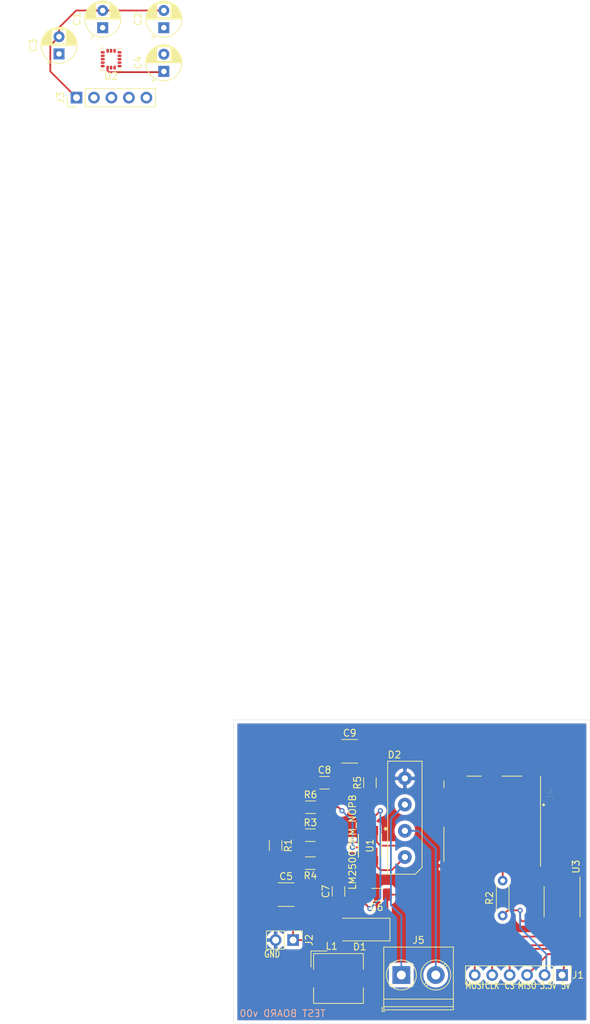
<source format=kicad_pcb>
(kicad_pcb (version 20171130) (host pcbnew "(5.1.8)-1")
  (layers (0 F.Cu signal) (31 B.Cu signal hide) (34 B.Paste user) (35 F.Paste user) (36 B.SilkS user) (37 F.SilkS user) (38 B.Mask user) (39 F.Mask user) (44 Edge.Cuts user))
  (net 0 "")
  (net 1 "Net-(J1-Pad3)")
  (net 2 "Net-(J1-Pad5)")
  (net 3 GND)
  (net 4 +5V)
  (net 5 "Net-(J4-Pad1)")
  (net 6 /2)
  (net 7 "Net-(J4-Pad3)")
  (net 8 "Net-(J4-Pad4)")
  (net 9 "Net-(J4-Pad5)")
  (net 10 "Net-(J4-Pad7)")
  (net 11 "Net-(J4-Pad10)")
  (net 12 /3.3V)
  (net 13 /D21)
  (net 14 /D20)
  (net 15 /D23)
  (net 16 "Net-(U2-Pad7)")
  (net 17 "Net-(C4-Pad1)")
  (net 18 "Net-(U3-Pad6)")
  (net 19 "Net-(U3-Pad9)")
  (net 20 /5v)
  (net 21 "Net-(J1-Pad4)")
  (net 22 "Net-(J1-Pad6)")
  (net 23 "Net-(C5-Pad1)")
  (net 24 /BST)
  (net 25 "Net-(C6-Pad1)")
  (net 26 "Net-(C7-Pad2)")
  (net 27 "Net-(C8-Pad1)")
  (net 28 "Net-(D2-Pad2)")
  (net 29 "Net-(D2-Pad3)")
  (net 30 "Net-(J2-Pad1)")
  (net 31 /FB)
  (net 32 "Net-(R5-Pad1)")
  (net 33 /RON)
  (module MOLEX_503398-1892 (layer F.Cu) (at 81.28 135.128 270)
    (fp_text reference J4 (at -3.907665 -8.415745 90) (layer F.SilkS) (effects (font (size 1.000685 1.000685) (thickness 0.015))))
    (fp_text value 503398-1892)
    (pad 1 smd rect (at -2.38 -5.625 270) (size 0.7 1.1) (layers F.Cu F.Paste F.Mask) (net 5 "Net-(J4-Pad1)"))
    (pad 2 smd rect (at -1.28 -5.625 270) (size 0.7 1.1) (layers F.Cu F.Paste F.Mask) (net 6 /2))
    (pad 3 smd rect (at -0.18 -5.625 270) (size 0.7 1.1) (layers F.Cu F.Paste F.Mask) (net 7 "Net-(J4-Pad3)"))
    (pad 4 smd rect (at 0.92 -5.625 270) (size 0.7 1.1) (layers F.Cu F.Paste F.Mask) (net 8 "Net-(J4-Pad4)"))
    (pad 5 smd rect (at 2.02 -5.625 270) (size 0.7 1.1) (layers F.Cu F.Paste F.Mask) (net 9 "Net-(J4-Pad5)"))
    (pad 6 smd rect (at 3.12 -5.625 270) (size 0.7 1.1) (layers F.Cu F.Paste F.Mask) (net 3 GND))
    (pad 7 smd rect (at 4.22 -5.625 270) (size 0.7 1.1) (layers F.Cu F.Paste F.Mask) (net 10 "Net-(J4-Pad7)"))
    (pad 8 smd rect (at 5.32 -5.625 270) (size 0.7 1.1) (layers F.Cu F.Paste F.Mask) (net 3 GND))
    (pad P1 smd rect (at -6.26 -5.61 270) (size 1.14 1.83) (layers F.Cu F.Paste F.Mask) (net 3 GND))
    (pad P2 smd rect (at 6.4 -5.125 270) (size 0.86 2.8) (layers F.Cu F.Paste F.Mask) (net 3 GND))
    (pad P3 smd rect (at -6.48 5.64 270) (size 0.7 3.33) (layers F.Cu F.Paste F.Mask) (net 3 GND))
    (pad P4 smd rect (at 6.48 5.64 270) (size 0.7 3.33) (layers F.Cu F.Paste F.Mask) (net 3 GND))
    (pad 9 smd rect (at -4.17 6.84 270) (size 0.9 0.93) (layers F.Cu F.Paste F.Mask) (net 3 GND))
    (pad 10 smd rect (at 0.095 6.915 270) (size 1.05 0.78) (layers F.Cu F.Paste F.Mask) (net 11 "Net-(J4-Pad10)"))
  )
  (module Resistor_THT:R_Axial_DIN0204_L3.6mm_D1.6mm_P5.08mm_Horizontal (layer F.Cu) (at 82.804 148.844 90)
    (fp_text reference R2 (at 2.54 -1.92 90) (layer F.SilkS))
    (fp_text value 100k)
    (pad 1 thru_hole circle (at 0 0 90) (size 1.4 1.4) (drill 0.7) (layers *.Cu *.Mask) (net 12 /3.3V))
    (pad 2 thru_hole oval (at 5.08 0 90) (size 1.4 1.4) (drill 0.7) (layers *.Cu *.Mask) (net 8 "Net-(J4-Pad4)"))
  )
  (module Package_LGA:LGA-16_3x3mm_P0.5mm_LayoutBorder3x5y (layer F.Cu) (at 25.863 24.392 180)
    (fp_text reference U2 (at 0 -2.45) (layer F.SilkS))
    (fp_text value ICM-20602)
    (pad 1 smd roundrect (at -1.225 -1 180) (size 0.55 0.35) (layers F.Cu F.Paste F.Mask) (net 4 +5V))
    (pad 2 smd roundrect (at -1.225 -0.5 180) (size 0.55 0.35) (layers F.Cu F.Paste F.Mask) (net 13 /D21))
    (pad 3 smd roundrect (at -1.225 0 180) (size 0.55 0.35) (layers F.Cu F.Paste F.Mask) (net 14 /D20))
    (pad 4 smd roundrect (at -1.225 0.5 180) (size 0.55 0.35) (layers F.Cu F.Paste F.Mask) (net 3 GND))
    (pad 5 smd roundrect (at -1.225 1 180) (size 0.55 0.35) (layers F.Cu F.Paste F.Mask) (net 4 +5V))
    (pad 6 smd roundrect (at -0.5 1.225 180) (size 0.35 0.55) (layers F.Cu F.Paste F.Mask) (net 15 /D23))
    (pad 7 smd roundrect (at 0 1.225 180) (size 0.35 0.55) (layers F.Cu F.Paste F.Mask) (net 16 "Net-(U2-Pad7)"))
    (pad 8 smd roundrect (at 0.5 1.225 180) (size 0.35 0.55) (layers F.Cu F.Paste F.Mask) (net 3 GND))
    (pad 9 smd roundrect (at 1.225 1 180) (size 0.55 0.35) (layers F.Cu F.Paste F.Mask) (net 3 GND))
    (pad 10 smd roundrect (at 1.225 0.5 180) (size 0.55 0.35) (layers F.Cu F.Paste F.Mask) (net 3 GND))
    (pad 11 smd roundrect (at 1.225 0 180) (size 0.55 0.35) (layers F.Cu F.Paste F.Mask) (net 3 GND))
    (pad 12 smd roundrect (at 1.225 -0.5 180) (size 0.55 0.35) (layers F.Cu F.Paste F.Mask) (net 3 GND))
    (pad 13 smd roundrect (at 1.225 -1 180) (size 0.55 0.35) (layers F.Cu F.Paste F.Mask) (net 3 GND))
    (pad 14 smd roundrect (at 0.5 -1.225 180) (size 0.35 0.55) (layers F.Cu F.Paste F.Mask) (net 17 "Net-(C4-Pad1)"))
    (pad 15 smd roundrect (at 0 -1.225 180) (size 0.35 0.55) (layers F.Cu F.Paste F.Mask) (net 3 GND))
    (pad 16 smd roundrect (at -0.5 -1.225 180) (size 0.35 0.55) (layers F.Cu F.Paste F.Mask) (net 4 +5V))
  )
  (module Package_SO:TSSOP-14_4.4x5mm_P0.65mm (layer F.Cu) (at 91.44 146.812 270)
    (fp_text reference U3 (at -5.08 -2.032 90) (layer F.SilkS))
    (fp_text value TXB0104PW)
    (pad 1 smd roundrect (at -2.8625 -1.95 270) (size 1.475 0.4) (layers F.Cu F.Paste F.Mask) (net 12 /3.3V))
    (pad 2 smd roundrect (at -2.8625 -1.3 270) (size 1.475 0.4) (layers F.Cu F.Paste F.Mask) (net 6 /2))
    (pad 3 smd roundrect (at -2.8625 -0.65 270) (size 1.475 0.4) (layers F.Cu F.Paste F.Mask) (net 7 "Net-(J4-Pad3)"))
    (pad 4 smd roundrect (at -2.8625 0 270) (size 1.475 0.4) (layers F.Cu F.Paste F.Mask) (net 9 "Net-(J4-Pad5)"))
    (pad 5 smd roundrect (at -2.8625 0.65 270) (size 1.475 0.4) (layers F.Cu F.Paste F.Mask) (net 10 "Net-(J4-Pad7)"))
    (pad 6 smd roundrect (at -2.8625 1.3 270) (size 1.475 0.4) (layers F.Cu F.Paste F.Mask) (net 18 "Net-(U3-Pad6)"))
    (pad 7 smd roundrect (at -2.8625 1.95 270) (size 1.475 0.4) (layers F.Cu F.Paste F.Mask) (net 3 GND))
    (pad 8 smd roundrect (at 2.8625 1.95 270) (size 1.475 0.4) (layers F.Cu F.Paste F.Mask) (net 12 /3.3V))
    (pad 9 smd roundrect (at 2.8625 1.3 270) (size 1.475 0.4) (layers F.Cu F.Paste F.Mask) (net 19 "Net-(U3-Pad9)"))
    (pad 10 smd roundrect (at 2.8625 0.65 270) (size 1.475 0.4) (layers F.Cu F.Paste F.Mask) (net 22 "Net-(J1-Pad6)"))
    (pad 11 smd roundrect (at 2.8625 0 270) (size 1.475 0.4) (layers F.Cu F.Paste F.Mask) (net 2 "Net-(J1-Pad5)"))
    (pad 12 smd roundrect (at 2.8625 -0.65 270) (size 1.475 0.4) (layers F.Cu F.Paste F.Mask) (net 21 "Net-(J1-Pad4)"))
    (pad 13 smd roundrect (at 2.8625 -1.3 270) (size 1.475 0.4) (layers F.Cu F.Paste F.Mask) (net 1 "Net-(J1-Pad3)"))
    (pad 14 smd roundrect (at 2.8625 -1.95 270) (size 1.475 0.4) (layers F.Cu F.Paste F.Mask) (net 20 /5v))
  )
  (module Capacitor_THT:CP_Radial_D5.0mm_P2.50mm (layer F.Cu) (at 24.638 19.812 90)
    (fp_text reference C1 (at 1.25 -3.75 90) (layer F.SilkS))
    (fp_text value 0.1uF)
    (pad 2 thru_hole circle (at 2.5 0 90) (size 1.6 1.6) (drill 0.8) (layers *.Cu *.Mask) (net 4 +5V))
    (pad 1 thru_hole rect (at 0 0 90) (size 1.6 1.6) (drill 0.8) (layers *.Cu *.Mask) (net 3 GND))
  )
  (module Capacitor_THT:CP_Radial_D5.0mm_P2.50mm (layer F.Cu) (at 33.528 19.812 90)
    (fp_text reference C2 (at 1.25 -3.75 90) (layer F.SilkS))
    (fp_text value 2.2uF)
    (pad 1 thru_hole rect (at 0 0 90) (size 1.6 1.6) (drill 0.8) (layers *.Cu *.Mask) (net 3 GND))
    (pad 2 thru_hole circle (at 2.5 0 90) (size 1.6 1.6) (drill 0.8) (layers *.Cu *.Mask) (net 4 +5V))
  )
  (module Capacitor_THT:CP_Radial_D5.0mm_P2.50mm (layer F.Cu) (at 18.288 23.622 90)
    (fp_text reference C3 (at 1.25 -3.75 90) (layer F.SilkS))
    (fp_text value 10nF)
    (pad 1 thru_hole rect (at 0 0 90) (size 1.6 1.6) (drill 0.8) (layers *.Cu *.Mask) (net 3 GND))
    (pad 2 thru_hole circle (at 2.5 0 90) (size 1.6 1.6) (drill 0.8) (layers *.Cu *.Mask) (net 4 +5V))
  )
  (module Capacitor_THT:CP_Radial_D5.0mm_P2.50mm (layer F.Cu) (at 33.528 26.162 90)
    (fp_text reference C4 (at 1.25 -3.75 90) (layer F.SilkS))
    (fp_text value 0.1uF)
    (pad 2 thru_hole circle (at 2.5 0 90) (size 1.6 1.6) (drill 0.8) (layers *.Cu *.Mask) (net 3 GND))
    (pad 1 thru_hole rect (at 0 0 90) (size 1.6 1.6) (drill 0.8) (layers *.Cu *.Mask) (net 17 "Net-(C4-Pad1)"))
  )
  (module Connector_PinHeader_2.54mm:PinHeader_1x05_P2.54mm_Vertical (layer F.Cu) (at 20.828 29.972 90)
    (fp_text reference J3 (at 0 -2.33 90) (layer F.SilkS))
    (fp_text value Conn_01x05_Female)
    (pad 1 thru_hole rect (at 0 0 90) (size 1.7 1.7) (drill 1) (layers *.Cu *.Mask) (net 4 +5V))
    (pad 2 thru_hole oval (at 0 2.54 90) (size 1.7 1.7) (drill 1) (layers *.Cu *.Mask) (net 15 /D23))
    (pad 3 thru_hole oval (at 0 5.08 90) (size 1.7 1.7) (drill 1) (layers *.Cu *.Mask) (net 13 /D21))
    (pad 4 thru_hole oval (at 0 7.62 90) (size 1.7 1.7) (drill 1) (layers *.Cu *.Mask) (net 14 /D20))
    (pad 5 thru_hole oval (at 0 10.16 90) (size 1.7 1.7) (drill 1) (layers *.Cu *.Mask) (net 3 GND))
  )
  (module Capacitor_SMD:C_1812_4532Metric_Pad1.57x3.40mm_HandSolder (layer F.Cu) (at 51.308 145.796)
    (fp_text reference C5 (at 0 -2.65) (layer F.SilkS))
    (fp_text value 15uF)
    (pad 1 smd roundrect (at -2.1375 0) (size 1.575 3.4) (layers F.Cu F.Paste F.Mask) (roundrect_rratio 0.15873) (net 23 "Net-(C5-Pad1)"))
    (pad 2 smd roundrect (at 2.1375 0) (size 1.575 3.4) (layers F.Cu F.Paste F.Mask) (roundrect_rratio 0.15873) (net 3 GND))
  )
  (module Capacitor_SMD:C_1206_3216Metric_Pad1.33x1.80mm_HandSolder (layer F.Cu) (at 64.4775 145.796 180)
    (fp_text reference C6 (at 0 -1.85) (layer F.SilkS))
    (fp_text value 0.01uF)
    (pad 2 smd roundrect (at 1.5625 0 180) (size 1.325 1.8) (layers F.Cu F.Paste F.Mask) (roundrect_rratio 0.188679) (net 24 /BST))
    (pad 1 smd roundrect (at -1.5625 0 180) (size 1.325 1.8) (layers F.Cu F.Paste F.Mask) (roundrect_rratio 0.188679) (net 25 "Net-(C6-Pad1)"))
  )
  (module Capacitor_SMD:C_1206_3216Metric_Pad1.33x1.80mm_HandSolder (layer F.Cu) (at 58.928 145.3265 90)
    (fp_text reference C7 (at 0 -1.85 90) (layer F.SilkS))
    (fp_text value 0.1uF)
    (pad 1 smd roundrect (at -1.5625 0 90) (size 1.325 1.8) (layers F.Cu F.Paste F.Mask) (roundrect_rratio 0.188679) (net 3 GND))
    (pad 2 smd roundrect (at 1.5625 0 90) (size 1.325 1.8) (layers F.Cu F.Paste F.Mask) (roundrect_rratio 0.188679) (net 26 "Net-(C7-Pad2)"))
  )
  (module Capacitor_SMD:C_1206_3216Metric_Pad1.33x1.80mm_HandSolder (layer F.Cu) (at 56.896 129.54)
    (fp_text reference C8 (at 0 -1.85) (layer F.SilkS))
    (fp_text value 0.1uF)
    (pad 1 smd roundrect (at -1.5625 0) (size 1.325 1.8) (layers F.Cu F.Paste F.Mask) (roundrect_rratio 0.188679) (net 27 "Net-(C8-Pad1)"))
    (pad 2 smd roundrect (at 1.5625 0) (size 1.325 1.8) (layers F.Cu F.Paste F.Mask) (roundrect_rratio 0.188679) (net 3 GND))
  )
  (module Capacitor_SMD:C_1812_4532Metric_Pad1.57x3.40mm_HandSolder (layer F.Cu) (at 60.5575 124.968)
    (fp_text reference C9 (at 0 -2.65) (layer F.SilkS))
    (fp_text value 1uF)
    (pad 2 smd roundrect (at 2.1375 0) (size 1.575 3.4) (layers F.Cu F.Paste F.Mask) (roundrect_rratio 0.15873) (net 3 GND))
    (pad 1 smd roundrect (at -2.1375 0) (size 1.575 3.4) (layers F.Cu F.Paste F.Mask) (roundrect_rratio 0.15873) (net 27 "Net-(C8-Pad1)"))
  )
  (module Diode_SMD:D_SMA_Handsoldering (layer F.Cu) (at 62.016 150.876 180)
    (fp_text reference D1 (at 0 -2.5) (layer F.SilkS))
    (fp_text value D)
    (pad 1 smd rect (at -2.5 0 180) (size 3.5 1.8) (layers F.Cu F.Paste F.Mask) (net 25 "Net-(C6-Pad1)"))
    (pad 2 smd rect (at 2.5 0 180) (size 3.5 1.8) (layers F.Cu F.Paste F.Mask) (net 3 GND))
  )
  (module TTS_UART:KBP306GTB (layer F.Cu) (at 68.58 134.62 90)
    (fp_text reference D2 (at 9.144 -1.524 180) (layer F.SilkS))
    (fp_text value D_Bridge_+AA-)
    (pad 1 thru_hole oval (at -5.715 0 90) (size 2 2) (drill 0.9) (layers *.Cu *.Mask) (net 27 "Net-(C8-Pad1)"))
    (pad 2 thru_hole oval (at -1.905 0 90) (size 2 2) (drill 0.9) (layers *.Cu *.Mask) (net 28 "Net-(D2-Pad2)"))
    (pad 3 thru_hole oval (at 1.905 0 90) (size 2 2) (drill 0.9) (layers *.Cu *.Mask) (net 29 "Net-(D2-Pad3)"))
    (pad 4 thru_hole oval (at 5.715 0 90) (size 2 2) (drill 0.9) (layers *.Cu *.Mask) (net 3 GND))
  )
  (module Connector_PinHeader_2.54mm:PinHeader_1x06_P2.54mm_Vertical (layer F.Cu) (at 91.44 157.48 270)
    (fp_text reference J1 (at 0 -2.33 180) (layer F.SilkS))
    (fp_text value Conn_01x06_Female)
    (pad 1 thru_hole rect (at 0 0 270) (size 1.7 1.7) (drill 1) (layers *.Cu *.Mask) (net 20 /5v))
    (pad 2 thru_hole oval (at 0 2.54 270) (size 1.7 1.7) (drill 1) (layers *.Cu *.Mask) (net 12 /3.3V))
    (pad 3 thru_hole oval (at 0 5.08 270) (size 1.7 1.7) (drill 1) (layers *.Cu *.Mask) (net 1 "Net-(J1-Pad3)"))
    (pad 4 thru_hole oval (at 0 7.62 270) (size 1.7 1.7) (drill 1) (layers *.Cu *.Mask) (net 21 "Net-(J1-Pad4)"))
    (pad 5 thru_hole oval (at 0 10.16 270) (size 1.7 1.7) (drill 1) (layers *.Cu *.Mask) (net 2 "Net-(J1-Pad5)"))
    (pad 6 thru_hole oval (at 0 12.7 270) (size 1.7 1.7) (drill 1) (layers *.Cu *.Mask) (net 22 "Net-(J1-Pad6)"))
  )
  (module Connector_PinHeader_2.54mm:PinHeader_1x02_P2.54mm_Vertical (layer F.Cu) (at 52.324 152.4 270)
    (fp_text reference J2 (at 0 -2.33 90) (layer F.SilkS))
    (fp_text value Conn_01x02_Female)
    (pad 1 thru_hole rect (at 0 0 270) (size 1.7 1.7) (drill 1) (layers *.Cu *.Mask) (net 30 "Net-(J2-Pad1)"))
    (pad 2 thru_hole oval (at 0 2.54 270) (size 1.7 1.7) (drill 1) (layers *.Cu *.Mask) (net 3 GND))
  )
  (module TerminalBlock_Phoenix:TerminalBlock_Phoenix_PT-1,5-2-5.0-H_1x02_P5.00mm_Horizontal (layer F.Cu) (at 68.072 157.48)
    (fp_text reference J5 (at 2.5 -5.06) (layer F.SilkS))
    (fp_text value Screw_Terminal_01x02)
    (pad 1 thru_hole rect (at 0 0) (size 2.6 2.6) (drill 1.3) (layers *.Cu *.Mask) (net 29 "Net-(D2-Pad3)"))
    (pad 2 thru_hole circle (at 5 0) (size 2.6 2.6) (drill 1.3) (layers *.Cu *.Mask) (net 28 "Net-(D2-Pad2)"))
  )
  (module Inductor_SMD:L_TDK_SLF7045 (layer F.Cu) (at 58.928 157.988)
    (fp_text reference L1 (at -1 -4.7) (layer F.SilkS))
    (fp_text value 100uH)
    (fp_text user "" (at -49 0.05) (layer F.SilkS) (effects (font (size 3 3))))
    (pad 1 smd roundrect (at -3.15 0) (size 1.5 2.2) (layers F.Cu F.Paste F.Mask) (net 30 "Net-(J2-Pad1)"))
    (pad 2 smd roundrect (at 3.15 0) (size 1.5 2.2) (layers F.Cu F.Paste F.Mask) (net 25 "Net-(C6-Pad1)"))
  )
  (module Resistor_SMD:R_1206_3216Metric_Pad1.30x1.75mm_HandSolder (layer F.Cu) (at 49.784 138.658 270)
    (fp_text reference R1 (at 0 -1.82 90) (layer F.SilkS))
    (fp_text value 1)
    (pad 2 smd roundrect (at 1.55 0 270) (size 1.3 1.75) (layers F.Cu F.Paste F.Mask) (roundrect_rratio 0.192308) (net 23 "Net-(C5-Pad1)"))
    (pad 1 smd roundrect (at -1.55 0 270) (size 1.3 1.75) (layers F.Cu F.Paste F.Mask) (roundrect_rratio 0.192308) (net 30 "Net-(J2-Pad1)"))
  )
  (module Resistor_SMD:R_1206_3216Metric_Pad1.30x1.75mm_HandSolder (layer F.Cu) (at 54.838 137.16)
    (fp_text reference R3 (at 0 -1.82) (layer F.SilkS))
    (fp_text value 3.01k)
    (pad 1 smd roundrect (at -1.55 0) (size 1.3 1.75) (layers F.Cu F.Paste F.Mask) (roundrect_rratio 0.192308) (net 30 "Net-(J2-Pad1)"))
    (pad 2 smd roundrect (at 1.55 0) (size 1.3 1.75) (layers F.Cu F.Paste F.Mask) (roundrect_rratio 0.192308) (net 31 /FB))
  )
  (module Resistor_SMD:R_1206_3216Metric_Pad1.30x1.75mm_HandSolder (layer F.Cu) (at 54.838 141.224 180)
    (fp_text reference R4 (at 0 -1.82) (layer F.SilkS))
    (fp_text value 1k)
    (pad 1 smd roundrect (at -1.55 0 180) (size 1.3 1.75) (layers F.Cu F.Paste F.Mask) (roundrect_rratio 0.192308) (net 31 /FB))
    (pad 2 smd roundrect (at 1.55 0 180) (size 1.3 1.75) (layers F.Cu F.Paste F.Mask) (roundrect_rratio 0.192308) (net 3 GND))
  )
  (module Resistor_SMD:R_1206_3216Metric_Pad1.30x1.75mm_HandSolder (layer F.Cu) (at 63.5 129.54 90)
    (fp_text reference R5 (at 0 -1.82 90) (layer F.SilkS))
    (fp_text value 100k)
    (pad 2 smd roundrect (at 1.55 0 90) (size 1.3 1.75) (layers F.Cu F.Paste F.Mask) (roundrect_rratio 0.192308) (net 3 GND))
    (pad 1 smd roundrect (at -1.55 0 90) (size 1.3 1.75) (layers F.Cu F.Paste F.Mask) (roundrect_rratio 0.192308) (net 32 "Net-(R5-Pad1)"))
  )
  (module Resistor_SMD:R_1206_3216Metric_Pad1.30x1.75mm_HandSolder (layer F.Cu) (at 54.864 133.096)
    (fp_text reference R6 (at 0 -1.82) (layer F.SilkS))
    (fp_text value 200k)
    (pad 1 smd roundrect (at -1.55 0) (size 1.3 1.75) (layers F.Cu F.Paste F.Mask) (roundrect_rratio 0.192308) (net 27 "Net-(C8-Pad1)"))
    (pad 2 smd roundrect (at 1.55 0) (size 1.3 1.75) (layers F.Cu F.Paste F.Mask) (roundrect_rratio 0.192308) (net 33 /RON))
  )
  (module LM25007MM:LM25007MM&slash_NOPB (layer F.Cu) (at 63.5 138.684 270)
    (fp_text reference U1 (at 0 0 90) (layer F.SilkS))
    (fp_text value LM25007MM_NOPB (at -0.508 2.54 90) (layer F.SilkS))
    (fp_text user * (at -2.4511 -2.6052 90) (layer F.SilkS))
    (fp_text user * (at -2.4511 -2.6052 90) (layer F.SilkS))
    (pad 1 smd rect (at -2.1971 -0.974999 270) (size 1.360399 0.4664) (layers F.Cu F.Paste F.Mask) (net 25 "Net-(C6-Pad1)"))
    (pad 2 smd rect (at -2.1971 -0.325001 270) (size 1.360399 0.4664) (layers F.Cu F.Paste F.Mask) (net 24 /BST))
    (pad 3 smd rect (at -2.1971 0.325001 270) (size 1.360399 0.4664) (layers F.Cu F.Paste F.Mask) (net 32 "Net-(R5-Pad1)"))
    (pad 4 smd rect (at -2.1971 0.974999 270) (size 1.360399 0.4664) (layers F.Cu F.Paste F.Mask) (net 3 GND))
    (pad 5 smd rect (at 2.1971 0.974999 270) (size 1.360399 0.4664) (layers F.Cu F.Paste F.Mask) (net 31 /FB))
    (pad 6 smd rect (at 2.1971 0.325001 270) (size 1.360399 0.4664) (layers F.Cu F.Paste F.Mask) (net 33 /RON))
    (pad 7 smd rect (at 2.1971 -0.325001 270) (size 1.360399 0.4664) (layers F.Cu F.Paste F.Mask) (net 26 "Net-(C7-Pad2)"))
    (pad 8 smd rect (at 2.1971 -0.974999 270) (size 1.360399 0.4664) (layers F.Cu F.Paste F.Mask) (net 27 "Net-(C8-Pad1)"))
  )
  (gr_text "TEST BOARD v00" (at 50.8 163.068) (layer B.SilkS) (effects (font (size 1 1)) (justify mirror)))
  (gr_text GND (at 49.276 154.432) (layer F.SilkS) (effects (font (size 1 0.75))))
  (gr_line (start 43.688 164.592) (end 95.504 164.592) (layer Edge.Cuts) (width 0.05))
  (gr_line (start 43.688 120.396) (end 43.688 164.592) (layer Edge.Cuts) (width 0.05))
  (gr_line (start 95.504 120.396) (end 43.688 120.396) (layer Edge.Cuts) (width 0.05))
  (gr_line (start 95.504 164.592) (end 95.504 120.396) (layer Edge.Cuts) (width 0.05))
  (gr_text 5v (at 91.948 159.004) (layer F.SilkS) (effects (font (size 1 0.75))))
  (gr_text CS (at 83.82 159.004) (layer F.SilkS) (effects (font (size 1 0.75))))
  (gr_text MOSI (at 78.74 159.004) (layer F.SilkS) (effects (font (size 1 0.75))))
  (gr_text CLK (at 81.28 159.004) (layer F.SilkS) (effects (font (size 1 0.75))))
  (gr_text 3.3v (at 89.408 159.004) (layer F.SilkS) (effects (font (size 1 0.75))))
  (gr_text MISO (at 86.36 159.004) (layer F.SilkS) (effects (font (size 1 0.75))))
  (segment (start 92.74 149.6745) (end 92.74 152.938) (width 0.254) (layer F.Cu) (net 1))
  (segment (start 92.74 152.938) (end 91.246 154.432) (width 0.254) (layer F.Cu) (net 1))
  (segment (start 89.408 154.432) (end 91.246 154.432) (width 0.254) (layer F.Cu) (net 1))
  (segment (start 86.36 157.48) (end 89.408 154.432) (width 0.254) (layer F.Cu) (net 1))
  (segment (start 81.28 153.924) (end 81.28 157.48) (width 0.254) (layer F.Cu) (net 2))
  (segment (start 82.042 153.162) (end 81.28 153.924) (width 0.254) (layer F.Cu) (net 2))
  (segment (start 89.916 153.162) (end 82.042 153.162) (width 0.254) (layer F.Cu) (net 2))
  (segment (start 91.44 151.638) (end 89.916 153.162) (width 0.254) (layer F.Cu) (net 2))
  (segment (start 91.44 149.6745) (end 91.44 151.638) (width 0.254) (layer F.Cu) (net 2))
  (segment (start 18.288 21.122) (end 18.288 19.812) (width 0.254) (layer F.Cu) (net 4))
  (segment (start 20.788 17.312) (end 24.638 17.312) (width 0.254) (layer F.Cu) (net 4))
  (segment (start 18.288 19.812) (end 20.788 17.312) (width 0.254) (layer F.Cu) (net 4))
  (segment (start 24.638 17.312) (end 33.528 17.312) (width 0.254) (layer F.Cu) (net 4))
  (segment (start 18.288 21.122) (end 17.018 22.392) (width 0.254) (layer F.Cu) (net 4))
  (segment (start 17.018 26.162) (end 20.828 29.972) (width 0.254) (layer F.Cu) (net 4))
  (segment (start 17.018 22.392) (end 17.018 26.162) (width 0.254) (layer F.Cu) (net 4))
  (segment (start 90.16 133.848) (end 92.74 136.428) (width 0.254) (layer F.Cu) (net 6))
  (segment (start 86.905 133.848) (end 90.16 133.848) (width 0.254) (layer F.Cu) (net 6))
  (segment (start 92.74 136.428) (end 92.74 143.9495) (width 0.254) (layer F.Cu) (net 6))
  (segment (start 86.905 134.948) (end 89.99 134.948) (width 0.254) (layer F.Cu) (net 7))
  (segment (start 89.99 134.948) (end 92.09 137.048) (width 0.254) (layer F.Cu) (net 7))
  (segment (start 92.09 137.048) (end 92.09 143.9495) (width 0.254) (layer F.Cu) (net 7))
  (segment (start 86.905 136.048) (end 86.101 136.048) (width 0.254) (layer F.Cu) (net 8))
  (segment (start 86.101 136.048) (end 82.804 139.345) (width 0.254) (layer F.Cu) (net 8))
  (segment (start 82.804 139.345) (end 82.804 143.764) (width 0.254) (layer F.Cu) (net 8))
  (segment (start 89.65 137.148) (end 86.905 137.148) (width 0.254) (layer F.Cu) (net 9))
  (segment (start 91.44 138.938) (end 89.65 137.148) (width 0.254) (layer F.Cu) (net 9))
  (segment (start 91.44 143.9495) (end 91.44 138.938) (width 0.254) (layer F.Cu) (net 9))
  (segment (start 89.31 139.348) (end 86.905 139.348) (width 0.254) (layer F.Cu) (net 10))
  (segment (start 90.79 140.828) (end 89.31 139.348) (width 0.254) (layer F.Cu) (net 10))
  (segment (start 90.79 143.9495) (end 90.79 140.828) (width 0.254) (layer F.Cu) (net 10))
  (via (at 85.344 148.082) (size 0.762) (drill 0.381) (layers F.Cu B.Cu) (net 12))
  (segment (start 89.154 154.432) (end 85.344 150.622) (width 0.254) (layer B.Cu) (net 12))
  (segment (start 89.154 156.972) (end 89.154 154.432) (width 0.254) (layer B.Cu) (net 12))
  (segment (start 93.39 143.9495) (end 93.39 144.717254) (width 0.254) (layer F.Cu) (net 12))
  (segment (start 85.344 150.622) (end 85.344 148.082) (width 0.254) (layer B.Cu) (net 12))
  (segment (start 83.566 148.082) (end 82.804 148.844) (width 0.254) (layer F.Cu) (net 12))
  (segment (start 85.344 148.082) (end 83.566 148.082) (width 0.254) (layer F.Cu) (net 12))
  (segment (start 85.344 148.082) (end 85.344 149.352) (width 0.254) (layer F.Cu) (net 12))
  (segment (start 85.6665 149.6745) (end 89.49 149.6745) (width 0.254) (layer F.Cu) (net 12))
  (segment (start 85.344 149.352) (end 85.6665 149.6745) (width 0.254) (layer F.Cu) (net 12))
  (segment (start 93.39 145.006746) (end 93.39 143.9495) (width 0.254) (layer F.Cu) (net 12))
  (segment (start 89.49 148.906746) (end 93.39 145.006746) (width 0.254) (layer F.Cu) (net 12))
  (segment (start 89.49 149.6745) (end 89.49 148.906746) (width 0.254) (layer F.Cu) (net 12))
  (segment (start 25.30699 25.998566) (end 25.30699 25.617) (width 0.254) (layer F.Cu) (net 17))
  (segment (start 25.581434 26.27301) (end 25.30699 25.998566) (width 0.254) (layer F.Cu) (net 17))
  (segment (start 33.41699 26.27301) (end 25.581434 26.27301) (width 0.254) (layer F.Cu) (net 17))
  (segment (start 33.528 26.162) (end 33.41699 26.27301) (width 0.254) (layer F.Cu) (net 17))
  (segment (start 93.39 153.006434) (end 91.694 154.702434) (width 0.254) (layer F.Cu) (net 20))
  (segment (start 93.39 149.6745) (end 93.39 153.006434) (width 0.254) (layer F.Cu) (net 20))
  (segment (start 91.694 157.226) (end 91.44 157.48) (width 0.254) (layer F.Cu) (net 20))
  (segment (start 91.694 154.702434) (end 91.694 157.226) (width 0.254) (layer F.Cu) (net 20))
  (segment (start 83.82 154.432) (end 83.82 157.48) (width 0.254) (layer F.Cu) (net 21))
  (segment (start 84.58199 153.67001) (end 83.82 154.432) (width 0.254) (layer F.Cu) (net 21))
  (segment (start 90.126424 153.67001) (end 84.58199 153.67001) (width 0.254) (layer F.Cu) (net 21))
  (segment (start 92.09 151.706434) (end 90.126424 153.67001) (width 0.254) (layer F.Cu) (net 21))
  (segment (start 92.09 149.6745) (end 92.09 151.706434) (width 0.254) (layer F.Cu) (net 21))
  (segment (start 78.74 153.924) (end 78.74 157.48) (width 0.254) (layer F.Cu) (net 22))
  (segment (start 80.772 151.892) (end 78.74 153.924) (width 0.254) (layer F.Cu) (net 22))
  (segment (start 90.424 151.892) (end 80.772 151.892) (width 0.254) (layer F.Cu) (net 22))
  (segment (start 90.72101 151.59499) (end 90.424 151.892) (width 0.254) (layer F.Cu) (net 22))
  (segment (start 90.72101 149.69999) (end 90.72101 151.59499) (width 0.254) (layer F.Cu) (net 22))
  (segment (start 90.7465 149.6745) (end 90.72101 149.69999) (width 0.254) (layer F.Cu) (net 22))
  (segment (start 90.79 149.6745) (end 90.7465 149.6745) (width 0.254) (layer F.Cu) (net 22))
  (segment (start 49.1705 145.796) (end 49.1705 143.3615) (width 0.254) (layer F.Cu) (net 23))
  (segment (start 49.784 142.748) (end 49.784 140.208) (width 0.254) (layer F.Cu) (net 23))
  (segment (start 49.1705 143.3615) (end 49.784 142.748) (width 0.254) (layer F.Cu) (net 23))
  (via (at 63.5 147.828) (size 0.762) (drill 0.381) (layers F.Cu B.Cu) (net 24))
  (segment (start 62.915 147.243) (end 63.5 147.828) (width 0.254) (layer F.Cu) (net 24))
  (segment (start 62.915 145.796) (end 62.915 147.243) (width 0.254) (layer F.Cu) (net 24))
  (segment (start 63.5 147.828) (end 64.516 146.812) (width 0.254) (layer B.Cu) (net 24))
  (via (at 65.024 133.604) (size 0.762) (drill 0.381) (layers F.Cu B.Cu) (net 24))
  (segment (start 65.024 146.304) (end 65.024 133.604) (width 0.254) (layer B.Cu) (net 24))
  (segment (start 64.516 146.812) (end 65.024 146.304) (width 0.254) (layer B.Cu) (net 24))
  (segment (start 63.825001 134.802999) (end 65.024 133.604) (width 0.254) (layer F.Cu) (net 24))
  (segment (start 63.825001 136.4869) (end 63.825001 134.802999) (width 0.254) (layer F.Cu) (net 24))
  (segment (start 66.04 149.352) (end 64.516 150.876) (width 0.254) (layer F.Cu) (net 25))
  (segment (start 66.04 145.796) (end 66.04 149.352) (width 0.254) (layer F.Cu) (net 25))
  (segment (start 64.516 150.876) (end 64.516 152.908) (width 0.254) (layer F.Cu) (net 25))
  (segment (start 62.078 155.346) (end 62.078 157.988) (width 0.254) (layer F.Cu) (net 25))
  (segment (start 64.516 152.908) (end 62.078 155.346) (width 0.254) (layer F.Cu) (net 25))
  (segment (start 64.474999 136.4869) (end 64.474999 138.134999) (width 0.254) (layer F.Cu) (net 25))
  (segment (start 64.474999 138.134999) (end 65.024 138.684) (width 0.254) (layer F.Cu) (net 25))
  (segment (start 65.024 138.684) (end 69.596 138.684) (width 0.254) (layer F.Cu) (net 25))
  (segment (start 69.596 138.684) (end 70.612 139.7) (width 0.254) (layer F.Cu) (net 25))
  (segment (start 70.612 139.7) (end 70.612 143.256) (width 0.254) (layer F.Cu) (net 25))
  (segment (start 68.072 145.796) (end 66.04 145.796) (width 0.254) (layer F.Cu) (net 25))
  (segment (start 70.612 143.256) (end 68.072 145.796) (width 0.254) (layer F.Cu) (net 25))
  (segment (start 63.825001 140.8811) (end 63.825001 142.422999) (width 0.254) (layer F.Cu) (net 26))
  (segment (start 62.484 143.764) (end 58.928 143.764) (width 0.254) (layer F.Cu) (net 26))
  (segment (start 63.825001 142.422999) (end 62.484 143.764) (width 0.254) (layer F.Cu) (net 26))
  (segment (start 64.474999 140.8811) (end 64.474999 141.690999) (width 0.254) (layer F.Cu) (net 27))
  (segment (start 64.474999 141.690999) (end 65.024 142.24) (width 0.254) (layer F.Cu) (net 27))
  (segment (start 66.675 142.24) (end 68.58 140.335) (width 0.254) (layer F.Cu) (net 27))
  (segment (start 65.024 142.24) (end 66.675 142.24) (width 0.254) (layer F.Cu) (net 27))
  (segment (start 54.496614 133.096) (end 53.314 133.096) (width 0.254) (layer F.Cu) (net 27))
  (segment (start 59.576614 138.176) (end 54.496614 133.096) (width 0.254) (layer F.Cu) (net 27))
  (segment (start 63.5 138.176) (end 59.576614 138.176) (width 0.254) (layer F.Cu) (net 27))
  (segment (start 64.474999 139.150999) (end 63.5 138.176) (width 0.254) (layer F.Cu) (net 27))
  (segment (start 64.474999 140.8811) (end 64.474999 139.150999) (width 0.254) (layer F.Cu) (net 27))
  (segment (start 53.314 133.096) (end 53.314 131.09) (width 0.254) (layer F.Cu) (net 27))
  (segment (start 58.42 124.968) (end 58.42 126.492) (width 0.254) (layer F.Cu) (net 27))
  (segment (start 58.42 126.492) (end 57.404 127.508) (width 0.254) (layer F.Cu) (net 27))
  (segment (start 57.404 127.508) (end 55.88 127.508) (width 0.254) (layer F.Cu) (net 27))
  (segment (start 55.3335 128.0545) (end 55.3335 129.54) (width 0.254) (layer F.Cu) (net 27))
  (segment (start 55.88 127.508) (end 55.3335 128.0545) (width 0.254) (layer F.Cu) (net 27))
  (segment (start 55.3335 129.54) (end 54.864 129.54) (width 0.254) (layer F.Cu) (net 27))
  (segment (start 54.864 129.54) (end 53.34 131.064) (width 0.254) (layer F.Cu) (net 27))
  (segment (start 68.58 136.525) (end 70.485 136.525) (width 0.254) (layer B.Cu) (net 28))
  (segment (start 73.072 139.112) (end 73.072 157.48) (width 0.254) (layer B.Cu) (net 28))
  (segment (start 70.485 136.525) (end 73.072 139.112) (width 0.254) (layer B.Cu) (net 28))
  (segment (start 68.58 132.715) (end 66.548 134.747) (width 0.254) (layer B.Cu) (net 29))
  (segment (start 66.548 134.747) (end 66.548 147.32) (width 0.254) (layer B.Cu) (net 29))
  (segment (start 68.072 148.844) (end 68.072 157.48) (width 0.254) (layer B.Cu) (net 29))
  (segment (start 66.548 147.32) (end 68.072 148.844) (width 0.254) (layer B.Cu) (net 29))
  (segment (start 55.778 157.988) (end 55.778 153.822) (width 0.254) (layer F.Cu) (net 30))
  (segment (start 54.356 152.4) (end 52.324 152.4) (width 0.254) (layer F.Cu) (net 30))
  (segment (start 55.778 153.822) (end 54.356 152.4) (width 0.254) (layer F.Cu) (net 30))
  (segment (start 53.288 137.16) (end 53.288 136.6) (width 0.254) (layer F.Cu) (net 30))
  (segment (start 53.288 136.6) (end 52.324 135.636) (width 0.254) (layer F.Cu) (net 30))
  (segment (start 51.256 135.636) (end 49.784 137.108) (width 0.254) (layer F.Cu) (net 30))
  (segment (start 52.324 135.636) (end 51.256 135.636) (width 0.254) (layer F.Cu) (net 30))
  (segment (start 51.308 139.7) (end 49.784 138.176) (width 0.254) (layer F.Cu) (net 30))
  (segment (start 51.308 147.828) (end 51.308 139.7) (width 0.254) (layer F.Cu) (net 30))
  (segment (start 49.784 138.176) (end 49.784 137.108) (width 0.254) (layer F.Cu) (net 30))
  (segment (start 52.324 148.844) (end 51.308 147.828) (width 0.254) (layer F.Cu) (net 30))
  (segment (start 52.324 152.4) (end 52.324 148.844) (width 0.254) (layer F.Cu) (net 30))
  (segment (start 56.388 141.224) (end 56.388 137.16) (width 0.254) (layer F.Cu) (net 31))
  (segment (start 62.525001 140.8811) (end 62.525001 140.000332) (width 0.254) (layer F.Cu) (net 31))
  (segment (start 62.525001 140.000332) (end 62.224669 139.7) (width 0.254) (layer F.Cu) (net 31))
  (segment (start 62.224669 139.7) (end 60.452 139.7) (width 0.254) (layer F.Cu) (net 31))
  (segment (start 58.928 141.224) (end 56.388 141.224) (width 0.254) (layer F.Cu) (net 31))
  (segment (start 60.452 139.7) (end 58.928 141.224) (width 0.254) (layer F.Cu) (net 31))
  (segment (start 63.174999 136.4869) (end 63.174999 134.437001) (width 0.254) (layer F.Cu) (net 32))
  (segment (start 63.5 134.112) (end 63.5 131.09) (width 0.254) (layer F.Cu) (net 32))
  (segment (start 63.174999 134.437001) (end 63.5 134.112) (width 0.254) (layer F.Cu) (net 32))
  (via (at 60.96 138.938) (size 0.762) (drill 0.381) (layers F.Cu B.Cu) (net 33))
  (segment (start 62.181103 138.938) (end 60.96 138.938) (width 0.254) (layer F.Cu) (net 33))
  (segment (start 63.174999 139.931896) (end 62.181103 138.938) (width 0.254) (layer F.Cu) (net 33))
  (segment (start 63.174999 140.8811) (end 63.174999 139.931896) (width 0.254) (layer F.Cu) (net 33))
  (via (at 59.436 133.604) (size 0.762) (drill 0.381) (layers F.Cu B.Cu) (net 33))
  (segment (start 60.96 135.128) (end 59.436 133.604) (width 0.254) (layer B.Cu) (net 33))
  (segment (start 60.96 138.938) (end 60.96 135.128) (width 0.254) (layer B.Cu) (net 33))
  (segment (start 58.928 133.096) (end 56.414 133.096) (width 0.254) (layer F.Cu) (net 33))
  (segment (start 59.436 133.604) (end 58.928 133.096) (width 0.254) (layer F.Cu) (net 33))
  (zone (net 3) (net_name GND) (layer F.Cu) (connect_pads (clearance 0.508)) (min_thickness 0.254) (fill yes (arc_segments 32) (thermal_gap 0.508) (thermal_bridge_width 0.508))
    (polygon (pts (xy 95.504 164.592) (xy 43.688 164.592) (xy 43.688 120.396) (xy 95.504 120.396)))
  )
  (zone (net 3) (net_name GND) (layer B.Cu) (connect_pads (clearance 0.508)) (min_thickness 0.254) (fill yes (arc_segments 32) (thermal_gap 0.508) (thermal_bridge_width 0.508))
    (polygon (pts (xy 95.504 164.592) (xy 43.688 164.592) (xy 43.688 120.396) (xy 95.504 120.396)))
  )
)
</source>
